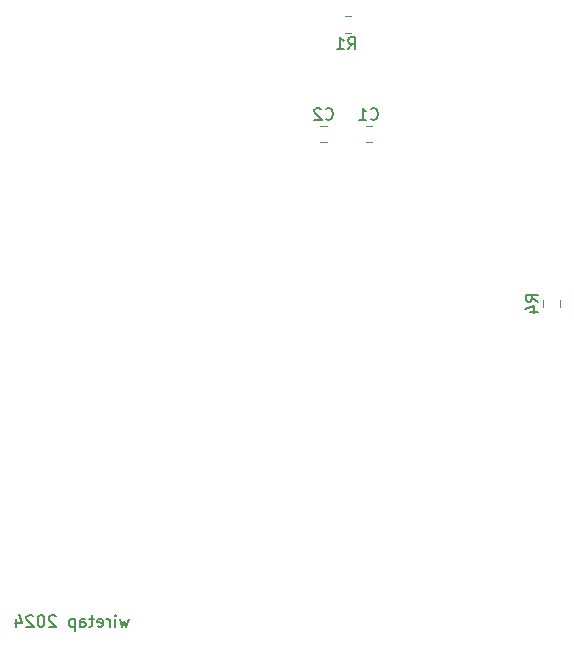
<source format=gbo>
G04 #@! TF.GenerationSoftware,KiCad,Pcbnew,(5.1.6)-1*
G04 #@! TF.CreationDate,2024-01-17T07:30:29-05:00*
G04 #@! TF.ProjectId,amiga-2000-usb-kb-stamp,616d6967-612d-4323-9030-302d7573622d,rev?*
G04 #@! TF.SameCoordinates,Original*
G04 #@! TF.FileFunction,Legend,Bot*
G04 #@! TF.FilePolarity,Positive*
%FSLAX46Y46*%
G04 Gerber Fmt 4.6, Leading zero omitted, Abs format (unit mm)*
G04 Created by KiCad (PCBNEW (5.1.6)-1) date 2024-01-17 07:30:29*
%MOMM*%
%LPD*%
G01*
G04 APERTURE LIST*
%ADD10C,0.150000*%
%ADD11C,0.120000*%
%ADD12C,1.950000*%
%ADD13R,1.900000X1.900000*%
%ADD14C,1.900000*%
%ADD15R,1.800000X1.800000*%
%ADD16C,3.670000*%
%ADD17O,1.800000X1.800000*%
%ADD18O,1.450000X1.450000*%
%ADD19C,1.450000*%
G04 APERTURE END LIST*
D10*
X138310333Y-117895714D02*
X138119857Y-118562380D01*
X137929380Y-118086190D01*
X137738904Y-118562380D01*
X137548428Y-117895714D01*
X137167476Y-118562380D02*
X137167476Y-117895714D01*
X137167476Y-117562380D02*
X137215095Y-117610000D01*
X137167476Y-117657619D01*
X137119857Y-117610000D01*
X137167476Y-117562380D01*
X137167476Y-117657619D01*
X136691285Y-118562380D02*
X136691285Y-117895714D01*
X136691285Y-118086190D02*
X136643666Y-117990952D01*
X136596047Y-117943333D01*
X136500809Y-117895714D01*
X136405571Y-117895714D01*
X135691285Y-118514761D02*
X135786523Y-118562380D01*
X135977000Y-118562380D01*
X136072238Y-118514761D01*
X136119857Y-118419523D01*
X136119857Y-118038571D01*
X136072238Y-117943333D01*
X135977000Y-117895714D01*
X135786523Y-117895714D01*
X135691285Y-117943333D01*
X135643666Y-118038571D01*
X135643666Y-118133809D01*
X136119857Y-118229047D01*
X135357952Y-117895714D02*
X134977000Y-117895714D01*
X135215095Y-117562380D02*
X135215095Y-118419523D01*
X135167476Y-118514761D01*
X135072238Y-118562380D01*
X134977000Y-118562380D01*
X134215095Y-118562380D02*
X134215095Y-118038571D01*
X134262714Y-117943333D01*
X134357952Y-117895714D01*
X134548428Y-117895714D01*
X134643666Y-117943333D01*
X134215095Y-118514761D02*
X134310333Y-118562380D01*
X134548428Y-118562380D01*
X134643666Y-118514761D01*
X134691285Y-118419523D01*
X134691285Y-118324285D01*
X134643666Y-118229047D01*
X134548428Y-118181428D01*
X134310333Y-118181428D01*
X134215095Y-118133809D01*
X133738904Y-117895714D02*
X133738904Y-118895714D01*
X133738904Y-117943333D02*
X133643666Y-117895714D01*
X133453190Y-117895714D01*
X133357952Y-117943333D01*
X133310333Y-117990952D01*
X133262714Y-118086190D01*
X133262714Y-118371904D01*
X133310333Y-118467142D01*
X133357952Y-118514761D01*
X133453190Y-118562380D01*
X133643666Y-118562380D01*
X133738904Y-118514761D01*
X132119857Y-117657619D02*
X132072238Y-117610000D01*
X131977000Y-117562380D01*
X131738904Y-117562380D01*
X131643666Y-117610000D01*
X131596047Y-117657619D01*
X131548428Y-117752857D01*
X131548428Y-117848095D01*
X131596047Y-117990952D01*
X132167476Y-118562380D01*
X131548428Y-118562380D01*
X130929380Y-117562380D02*
X130834142Y-117562380D01*
X130738904Y-117610000D01*
X130691285Y-117657619D01*
X130643666Y-117752857D01*
X130596047Y-117943333D01*
X130596047Y-118181428D01*
X130643666Y-118371904D01*
X130691285Y-118467142D01*
X130738904Y-118514761D01*
X130834142Y-118562380D01*
X130929380Y-118562380D01*
X131024619Y-118514761D01*
X131072238Y-118467142D01*
X131119857Y-118371904D01*
X131167476Y-118181428D01*
X131167476Y-117943333D01*
X131119857Y-117752857D01*
X131072238Y-117657619D01*
X131024619Y-117610000D01*
X130929380Y-117562380D01*
X130215095Y-117657619D02*
X130167476Y-117610000D01*
X130072238Y-117562380D01*
X129834142Y-117562380D01*
X129738904Y-117610000D01*
X129691285Y-117657619D01*
X129643666Y-117752857D01*
X129643666Y-117848095D01*
X129691285Y-117990952D01*
X130262714Y-118562380D01*
X129643666Y-118562380D01*
X128786523Y-117895714D02*
X128786523Y-118562380D01*
X129024619Y-117514761D02*
X129262714Y-118229047D01*
X128643666Y-118229047D01*
D11*
X158893252Y-77545000D02*
X158370748Y-77545000D01*
X158893252Y-76125000D02*
X158370748Y-76125000D01*
X155065252Y-76125000D02*
X154542748Y-76125000D01*
X155065252Y-77545000D02*
X154542748Y-77545000D01*
X157106252Y-68274000D02*
X156583748Y-68274000D01*
X157106252Y-66854000D02*
X156583748Y-66854000D01*
X173407000Y-90933748D02*
X173407000Y-91456252D01*
X174827000Y-90933748D02*
X174827000Y-91456252D01*
D10*
X158798666Y-75542142D02*
X158846285Y-75589761D01*
X158989142Y-75637380D01*
X159084380Y-75637380D01*
X159227238Y-75589761D01*
X159322476Y-75494523D01*
X159370095Y-75399285D01*
X159417714Y-75208809D01*
X159417714Y-75065952D01*
X159370095Y-74875476D01*
X159322476Y-74780238D01*
X159227238Y-74685000D01*
X159084380Y-74637380D01*
X158989142Y-74637380D01*
X158846285Y-74685000D01*
X158798666Y-74732619D01*
X157846285Y-75637380D02*
X158417714Y-75637380D01*
X158132000Y-75637380D02*
X158132000Y-74637380D01*
X158227238Y-74780238D01*
X158322476Y-74875476D01*
X158417714Y-74923095D01*
X154970666Y-75542142D02*
X155018285Y-75589761D01*
X155161142Y-75637380D01*
X155256380Y-75637380D01*
X155399238Y-75589761D01*
X155494476Y-75494523D01*
X155542095Y-75399285D01*
X155589714Y-75208809D01*
X155589714Y-75065952D01*
X155542095Y-74875476D01*
X155494476Y-74780238D01*
X155399238Y-74685000D01*
X155256380Y-74637380D01*
X155161142Y-74637380D01*
X155018285Y-74685000D01*
X154970666Y-74732619D01*
X154589714Y-74732619D02*
X154542095Y-74685000D01*
X154446857Y-74637380D01*
X154208761Y-74637380D01*
X154113523Y-74685000D01*
X154065904Y-74732619D01*
X154018285Y-74827857D01*
X154018285Y-74923095D01*
X154065904Y-75065952D01*
X154637333Y-75637380D01*
X154018285Y-75637380D01*
X156884666Y-69667380D02*
X157218000Y-69191190D01*
X157456095Y-69667380D02*
X157456095Y-68667380D01*
X157075142Y-68667380D01*
X156979904Y-68715000D01*
X156932285Y-68762619D01*
X156884666Y-68857857D01*
X156884666Y-69000714D01*
X156932285Y-69095952D01*
X156979904Y-69143571D01*
X157075142Y-69191190D01*
X157456095Y-69191190D01*
X155932285Y-69667380D02*
X156503714Y-69667380D01*
X156218000Y-69667380D02*
X156218000Y-68667380D01*
X156313238Y-68810238D01*
X156408476Y-68905476D01*
X156503714Y-68953095D01*
X172919380Y-91028333D02*
X172443190Y-90695000D01*
X172919380Y-90456904D02*
X171919380Y-90456904D01*
X171919380Y-90837857D01*
X171967000Y-90933095D01*
X172014619Y-90980714D01*
X172109857Y-91028333D01*
X172252714Y-91028333D01*
X172347952Y-90980714D01*
X172395571Y-90933095D01*
X172443190Y-90837857D01*
X172443190Y-90456904D01*
X172252714Y-91885476D02*
X172919380Y-91885476D01*
X171871761Y-91647380D02*
X172586047Y-91409285D01*
X172586047Y-92028333D01*
%LPC*%
G36*
G01*
X160282000Y-76356738D02*
X160282000Y-77313262D01*
G75*
G02*
X160010262Y-77585000I-271738J0D01*
G01*
X159303738Y-77585000D01*
G75*
G02*
X159032000Y-77313262I0J271738D01*
G01*
X159032000Y-76356738D01*
G75*
G02*
X159303738Y-76085000I271738J0D01*
G01*
X160010262Y-76085000D01*
G75*
G02*
X160282000Y-76356738I0J-271738D01*
G01*
G37*
G36*
G01*
X158232000Y-76356738D02*
X158232000Y-77313262D01*
G75*
G02*
X157960262Y-77585000I-271738J0D01*
G01*
X157253738Y-77585000D01*
G75*
G02*
X156982000Y-77313262I0J271738D01*
G01*
X156982000Y-76356738D01*
G75*
G02*
X157253738Y-76085000I271738J0D01*
G01*
X157960262Y-76085000D01*
G75*
G02*
X158232000Y-76356738I0J-271738D01*
G01*
G37*
G36*
G01*
X154404000Y-76356738D02*
X154404000Y-77313262D01*
G75*
G02*
X154132262Y-77585000I-271738J0D01*
G01*
X153425738Y-77585000D01*
G75*
G02*
X153154000Y-77313262I0J271738D01*
G01*
X153154000Y-76356738D01*
G75*
G02*
X153425738Y-76085000I271738J0D01*
G01*
X154132262Y-76085000D01*
G75*
G02*
X154404000Y-76356738I0J-271738D01*
G01*
G37*
G36*
G01*
X156454000Y-76356738D02*
X156454000Y-77313262D01*
G75*
G02*
X156182262Y-77585000I-271738J0D01*
G01*
X155475738Y-77585000D01*
G75*
G02*
X155204000Y-77313262I0J271738D01*
G01*
X155204000Y-76356738D01*
G75*
G02*
X155475738Y-76085000I271738J0D01*
G01*
X156182262Y-76085000D01*
G75*
G02*
X156454000Y-76356738I0J-271738D01*
G01*
G37*
D12*
X176676000Y-68453000D03*
X169526000Y-68453000D03*
D13*
X130810000Y-68072000D03*
D14*
X130810000Y-70612000D03*
X130810000Y-73152000D03*
X130810000Y-75692000D03*
X130810000Y-78232000D03*
X130810000Y-80772000D03*
X130810000Y-83312000D03*
X130810000Y-85852000D03*
X130810000Y-88392000D03*
X130810000Y-90932000D03*
X130810000Y-93472000D03*
X130810000Y-96012000D03*
X130810000Y-98552000D03*
X130810000Y-101092000D03*
X130810000Y-103632000D03*
X130810000Y-106172000D03*
X130810000Y-108712000D03*
X130810000Y-111252000D03*
X130810000Y-113792000D03*
X130810000Y-116332000D03*
X146250000Y-116332000D03*
X146250000Y-113792000D03*
X146250000Y-111252000D03*
X146250000Y-108712000D03*
X146250000Y-106172000D03*
X146250000Y-103632000D03*
X146250000Y-101092000D03*
X146250000Y-98552000D03*
X146250000Y-96012000D03*
X146250000Y-93472000D03*
X146250000Y-90932000D03*
X146250000Y-88392000D03*
X146250000Y-85852000D03*
X146250000Y-83312000D03*
X146250000Y-80772000D03*
X146250000Y-78232000D03*
X146250000Y-75692000D03*
X146250000Y-73152000D03*
X146250000Y-70612000D03*
X146250000Y-68072000D03*
X149171000Y-68072000D03*
X149171000Y-70612000D03*
X149171000Y-73152000D03*
X149171000Y-75692000D03*
X149171000Y-78232000D03*
X149171000Y-80772000D03*
X149171000Y-83312000D03*
X149171000Y-85852000D03*
X149171000Y-88392000D03*
X149171000Y-90932000D03*
X149171000Y-93472000D03*
X149171000Y-96012000D03*
X149171000Y-98552000D03*
X149171000Y-101092000D03*
X149171000Y-103632000D03*
X149171000Y-106172000D03*
X149171000Y-108712000D03*
X149171000Y-111252000D03*
X149171000Y-113792000D03*
X149171000Y-116332000D03*
X133731000Y-116332000D03*
X133731000Y-113792000D03*
X133731000Y-111252000D03*
X133731000Y-108712000D03*
X133731000Y-106172000D03*
X133731000Y-103632000D03*
X133731000Y-101092000D03*
X133731000Y-98552000D03*
X133731000Y-96012000D03*
X133731000Y-93472000D03*
X133731000Y-90932000D03*
X133731000Y-88392000D03*
X133731000Y-85852000D03*
X133731000Y-83312000D03*
X133731000Y-80772000D03*
X133731000Y-78232000D03*
X133731000Y-75692000D03*
X133731000Y-73152000D03*
X133731000Y-70612000D03*
D13*
X133731000Y-68072000D03*
D15*
X163830000Y-68072000D03*
D16*
X167844000Y-115419000D03*
X180644000Y-115419000D03*
D15*
X174117000Y-76454000D03*
D17*
X171577000Y-76454000D03*
G36*
G01*
X158495000Y-67085738D02*
X158495000Y-68042262D01*
G75*
G02*
X158223262Y-68314000I-271738J0D01*
G01*
X157516738Y-68314000D01*
G75*
G02*
X157245000Y-68042262I0J271738D01*
G01*
X157245000Y-67085738D01*
G75*
G02*
X157516738Y-66814000I271738J0D01*
G01*
X158223262Y-66814000D01*
G75*
G02*
X158495000Y-67085738I0J-271738D01*
G01*
G37*
G36*
G01*
X156445000Y-67085738D02*
X156445000Y-68042262D01*
G75*
G02*
X156173262Y-68314000I-271738J0D01*
G01*
X155466738Y-68314000D01*
G75*
G02*
X155195000Y-68042262I0J271738D01*
G01*
X155195000Y-67085738D01*
G75*
G02*
X155466738Y-66814000I271738J0D01*
G01*
X156173262Y-66814000D01*
G75*
G02*
X156445000Y-67085738I0J-271738D01*
G01*
G37*
G36*
G01*
X173638738Y-91595000D02*
X174595262Y-91595000D01*
G75*
G02*
X174867000Y-91866738I0J-271738D01*
G01*
X174867000Y-92573262D01*
G75*
G02*
X174595262Y-92845000I-271738J0D01*
G01*
X173638738Y-92845000D01*
G75*
G02*
X173367000Y-92573262I0J271738D01*
G01*
X173367000Y-91866738D01*
G75*
G02*
X173638738Y-91595000I271738J0D01*
G01*
G37*
G36*
G01*
X173638738Y-89545000D02*
X174595262Y-89545000D01*
G75*
G02*
X174867000Y-89816738I0J-271738D01*
G01*
X174867000Y-90523262D01*
G75*
G02*
X174595262Y-90795000I-271738J0D01*
G01*
X173638738Y-90795000D01*
G75*
G02*
X173367000Y-90523262I0J271738D01*
G01*
X173367000Y-89816738D01*
G75*
G02*
X173638738Y-89545000I271738J0D01*
G01*
G37*
D18*
X176735000Y-84218000D03*
X176735000Y-86218000D03*
X176735000Y-88218000D03*
X176735000Y-90218000D03*
X176735000Y-92218000D03*
X176735000Y-94218000D03*
X176735000Y-96218000D03*
X176735000Y-98218000D03*
X176735000Y-100218000D03*
X176735000Y-102218000D03*
X174735000Y-104218000D03*
X172735000Y-104218000D03*
X170735000Y-104218000D03*
X168735000Y-104218000D03*
X166735000Y-104218000D03*
X164735000Y-104218000D03*
X162735000Y-104218000D03*
X160735000Y-104218000D03*
X158735000Y-104218000D03*
X156735000Y-104218000D03*
X154735000Y-102218000D03*
X154735000Y-100218000D03*
X154735000Y-98218000D03*
X154735000Y-96218000D03*
X154735000Y-94218000D03*
X154735000Y-92218000D03*
X154735000Y-90218000D03*
X154735000Y-88218000D03*
X154735000Y-86218000D03*
X154735000Y-84218000D03*
X156735000Y-82218000D03*
X158735000Y-82218000D03*
X160735000Y-82218000D03*
X162735000Y-82218000D03*
X164735000Y-82218000D03*
X166735000Y-82218000D03*
X168735000Y-82218000D03*
X170735000Y-82218000D03*
X172735000Y-82218000D03*
D19*
X174735000Y-82218000D03*
D15*
X162179000Y-110998000D03*
D17*
X159639000Y-110998000D03*
X157099000Y-110998000D03*
X154559000Y-110998000D03*
M02*

</source>
